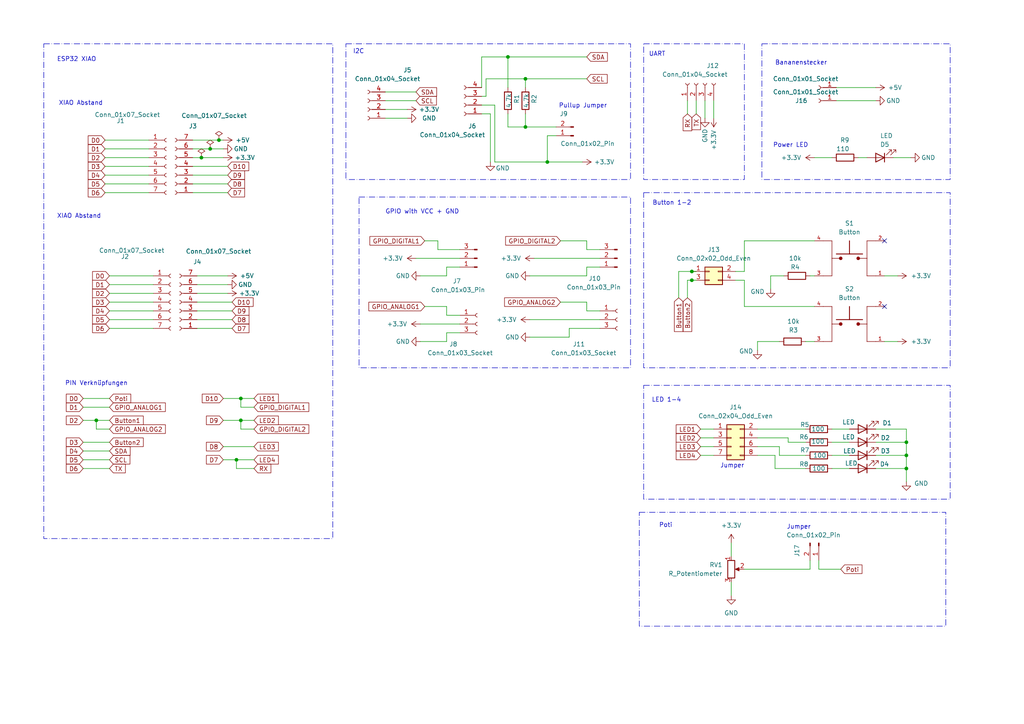
<source format=kicad_sch>
(kicad_sch (version 20231120) (generator "eeschema") (generator_version "8.0")
  (paper "A4")
  (title_block (title "pixelDEVBOARD für ESP32 XIAO") (date "2024-07-17") (rev "1.0") (company "pixelEDI"))
  (lib_symbols
    (symbol "Connector:Conn_01x01_Socket" (pin_names (offset 1.016) hide)
      (property "Reference" "J" (at 0 2.54 0))
      (property "Value" "Conn_01x01_Socket" (at 0 -2.54 0))
      (symbol "Conn_01x01_Socket_1_1"
        (polyline (pts (xy -1.27 0) (xy -0.508 0)) (stroke (width 0.1524)))
        (arc (start 0 0.508) (mid -0.5058 0) (end 0 -0.508) (stroke (width 0.1524)))
        (pin passive line (at -5.08 0 0) (length 3.81) (name "Pin_1") (number "1"))
      )
    )
    (symbol "Connector:Conn_01x02_Pin" (pin_names (offset 1.016) hide)
      (property "Reference" "J" (at 0 2.54 0))
      (property "Value" "Conn_01x02_Pin" (at 0 -5.08 0))
      (symbol "Conn_01x02_Pin_1_1"
        (polyline (pts (xy 1.27 -2.54) (xy 0.8636 -2.54)) (stroke (width 0.1524)))
        (polyline (pts (xy 1.27 0) (xy 0.8636 0)) (stroke (width 0.1524)))
        (rectangle (start 0.8636 -2.413) (end 0 -2.667) (stroke (width 0.1524)) (fill (type outline)))
        (rectangle (start 0.8636 0.127) (end 0 -0.127) (stroke (width 0.1524)) (fill (type outline)))
        (pin passive line (at 5.08 0 180) (length 3.81) (name "Pin_1") (number "1"))
        (pin passive line (at 5.08 -2.54 180) (length 3.81) (name "Pin_2") (number "2"))
      )
    )
    (symbol "Connector:Conn_01x03_Pin" (pin_names (offset 1.016) hide)
      (property "Reference" "J" (at 0 5.08 0))
      (property "Value" "Conn_01x03_Pin" (at 0 -5.08 0))
      (symbol "Conn_01x03_Pin_1_1"
        (polyline (pts (xy 1.27 -2.54) (xy 0.8636 -2.54)) (stroke (width 0.1524)))
        (polyline (pts (xy 1.27 0) (xy 0.8636 0)) (stroke (width 0.1524)))
        (polyline (pts (xy 1.27 2.54) (xy 0.8636 2.54)) (stroke (width 0.1524)))
        (rectangle (start 0.8636 -2.413) (end 0 -2.667) (stroke (width 0.1524)) (fill (type outline)))
        (rectangle (start 0.8636 0.127) (end 0 -0.127) (stroke (width 0.1524)) (fill (type outline)))
        (rectangle (start 0.8636 2.667) (end 0 2.413) (stroke (width 0.1524)) (fill (type outline)))
        (pin passive line (at 5.08 2.54 180) (length 3.81) (name "Pin_1") (number "1"))
        (pin passive line (at 5.08 0 180) (length 3.81) (name "Pin_2") (number "2"))
        (pin passive line (at 5.08 -2.54 180) (length 3.81) (name "Pin_3") (number "3"))
      )
    )
    (symbol "Connector:Conn_01x03_Socket" (pin_names (offset 1.016) hide)
      (property "Reference" "J" (at 0 5.08 0))
      (property "Value" "Conn_01x03_Socket" (at 0 -5.08 0))
      (symbol "Conn_01x03_Socket_1_1"
        (arc (start 0 -2.032) (mid -0.5058 -2.54) (end 0 -3.048) (stroke (width 0.1524)))
        (polyline (pts (xy -1.27 -2.54) (xy -0.508 -2.54)) (stroke (width 0.1524)))
        (polyline (pts (xy -1.27 0) (xy -0.508 0)) (stroke (width 0.1524)))
        (polyline (pts (xy -1.27 2.54) (xy -0.508 2.54)) (stroke (width 0.1524)))
        (arc (start 0 0.508) (mid -0.5058 0) (end 0 -0.508) (stroke (width 0.1524)))
        (arc (start 0 3.048) (mid -0.5058 2.54) (end 0 2.032) (stroke (width 0.1524)))
        (pin passive line (at -5.08 2.54 0) (length 3.81) (name "Pin_1") (number "1"))
        (pin passive line (at -5.08 0 0) (length 3.81) (name "Pin_2") (number "2"))
        (pin passive line (at -5.08 -2.54 0) (length 3.81) (name "Pin_3") (number "3"))
      )
    )
    (symbol "Connector:Conn_01x04_Socket" (pin_names (offset 1.016) hide)
      (property "Reference" "J" (at 0 5.08 0))
      (property "Value" "Conn_01x04_Socket" (at 0 -7.62 0))
      (symbol "Conn_01x04_Socket_1_1"
        (arc (start 0 -4.572) (mid -0.5058 -5.08) (end 0 -5.588) (stroke (width 0.1524)))
        (arc (start 0 -2.032) (mid -0.5058 -2.54) (end 0 -3.048) (stroke (width 0.1524)))
        (polyline (pts (xy -1.27 -5.08) (xy -0.508 -5.08)) (stroke (width 0.1524)))
        (polyline (pts (xy -1.27 -2.54) (xy -0.508 -2.54)) (stroke (width 0.1524)))
        (polyline (pts (xy -1.27 0) (xy -0.508 0)) (stroke (width 0.1524)))
        (polyline (pts (xy -1.27 2.54) (xy -0.508 2.54)) (stroke (width 0.1524)))
        (arc (start 0 0.508) (mid -0.5058 0) (end 0 -0.508) (stroke (width 0.1524)))
        (arc (start 0 3.048) (mid -0.5058 2.54) (end 0 2.032) (stroke (width 0.1524)))
        (pin passive line (at -5.08 2.54 0) (length 3.81) (name "Pin_1") (number "1"))
        (pin passive line (at -5.08 0 0) (length 3.81) (name "Pin_2") (number "2"))
        (pin passive line (at -5.08 -2.54 0) (length 3.81) (name "Pin_3") (number "3"))
        (pin passive line (at -5.08 -5.08 0) (length 3.81) (name "Pin_4") (number "4"))
      )
    )
    (symbol "Connector:Conn_01x07_Socket" (pin_names (offset 1.016) hide)
      (property "Reference" "J" (at 0 10.16 0))
      (property "Value" "Conn_01x07_Socket" (at 0 -10.16 0))
      (symbol "Conn_01x07_Socket_1_1"
        (arc (start 0 -7.112) (mid -0.5058 -7.62) (end 0 -8.128) (stroke (width 0.1524)))
        (arc (start 0 -4.572) (mid -0.5058 -5.08) (end 0 -5.588) (stroke (width 0.1524)))
        (arc (start 0 -2.032) (mid -0.5058 -2.54) (end 0 -3.048) (stroke (width 0.1524)))
        (polyline (pts (xy -1.27 -7.62) (xy -0.508 -7.62)) (stroke (width 0.1524)))
        (polyline (pts (xy -1.27 -5.08) (xy -0.508 -5.08)) (stroke (width 0.1524)))
        (polyline (pts (xy -1.27 -2.54) (xy -0.508 -2.54)) (stroke (width 0.1524)))
        (polyline (pts (xy -1.27 0) (xy -0.508 0)) (stroke (width 0.1524)))
        (polyline (pts (xy -1.27 2.54) (xy -0.508 2.54)) (stroke (width 0.1524)))
        (polyline (pts (xy -1.27 5.08) (xy -0.508 5.08)) (stroke (width 0.1524)))
        (polyline (pts (xy -1.27 7.62) (xy -0.508 7.62)) (stroke (width 0.1524)))
        (arc (start 0 0.508) (mid -0.5058 0) (end 0 -0.508) (stroke (width 0.1524)))
        (arc (start 0 3.048) (mid -0.5058 2.54) (end 0 2.032) (stroke (width 0.1524)))
        (arc (start 0 5.588) (mid -0.5058 5.08) (end 0 4.572) (stroke (width 0.1524)))
        (arc (start 0 8.128) (mid -0.5058 7.62) (end 0 7.112) (stroke (width 0.1524)))
        (pin passive line (at -5.08 7.62 0) (length 3.81) (name "Pin_1") (number "1"))
        (pin passive line (at -5.08 5.08 0) (length 3.81) (name "Pin_2") (number "2"))
        (pin passive line (at -5.08 2.54 0) (length 3.81) (name "Pin_3") (number "3"))
        (pin passive line (at -5.08 0 0) (length 3.81) (name "Pin_4") (number "4"))
        (pin passive line (at -5.08 -2.54 0) (length 3.81) (name "Pin_5") (number "5"))
        (pin passive line (at -5.08 -5.08 0) (length 3.81) (name "Pin_6") (number "6"))
        (pin passive line (at -5.08 -7.62 0) (length 3.81) (name "Pin_7") (number "7"))
      )
    )
    (symbol "Connector_Generic:Conn_02x02_Odd_Even" (pin_names (offset 1.016) hide)
      (property "Reference" "J" (at 1.27 2.54 0))
      (property "Value" "Conn_02x02_Odd_Even" (at 1.27 -5.08 0))
      (symbol "Conn_02x02_Odd_Even_1_1"
        (rectangle (start -1.27 -2.413) (end 0 -2.667) (stroke (width 0.1524)))
        (rectangle (start -1.27 0.127) (end 0 -0.127) (stroke (width 0.1524)))
        (rectangle (start -1.27 1.27) (end 3.81 -3.81) (stroke (width 0.254)) (fill (type background)))
        (rectangle (start 3.81 -2.413) (end 2.54 -2.667) (stroke (width 0.1524)))
        (rectangle (start 3.81 0.127) (end 2.54 -0.127) (stroke (width 0.1524)))
        (pin passive line (at -5.08 0 0) (length 3.81) (name "Pin_1") (number "1"))
        (pin passive line (at 7.62 0 180) (length 3.81) (name "Pin_2") (number "2"))
        (pin passive line (at -5.08 -2.54 0) (length 3.81) (name "Pin_3") (number "3"))
        (pin passive line (at 7.62 -2.54 180) (length 3.81) (name "Pin_4") (number "4"))
      )
    )
    (symbol "Connector_Generic:Conn_02x04_Odd_Even" (pin_names (offset 1.016) hide)
      (property "Reference" "J" (at 1.27 5.08 0))
      (property "Value" "Conn_02x04_Odd_Even" (at 1.27 -7.62 0))
      (symbol "Conn_02x04_Odd_Even_1_1"
        (rectangle (start -1.27 -4.953) (end 0 -5.207) (stroke (width 0.1524)))
        (rectangle (start -1.27 -2.413) (end 0 -2.667) (stroke (width 0.1524)))
        (rectangle (start -1.27 0.127) (end 0 -0.127) (stroke (width 0.1524)))
        (rectangle (start -1.27 2.667) (end 0 2.413) (stroke (width 0.1524)))
        (rectangle (start -1.27 3.81) (end 3.81 -6.35) (stroke (width 0.254)) (fill (type background)))
        (rectangle (start 3.81 -4.953) (end 2.54 -5.207) (stroke (width 0.1524)))
        (rectangle (start 3.81 -2.413) (end 2.54 -2.667) (stroke (width 0.1524)))
        (rectangle (start 3.81 0.127) (end 2.54 -0.127) (stroke (width 0.1524)))
        (rectangle (start 3.81 2.667) (end 2.54 2.413) (stroke (width 0.1524)))
        (pin passive line (at -5.08 2.54 0) (length 3.81) (name "Pin_1") (number "1"))
        (pin passive line (at 7.62 2.54 180) (length 3.81) (name "Pin_2") (number "2"))
        (pin passive line (at -5.08 0 0) (length 3.81) (name "Pin_3") (number "3"))
        (pin passive line (at 7.62 0 180) (length 3.81) (name "Pin_4") (number "4"))
        (pin passive line (at -5.08 -2.54 0) (length 3.81) (name "Pin_5") (number "5"))
        (pin passive line (at 7.62 -2.54 180) (length 3.81) (name "Pin_6") (number "6"))
        (pin passive line (at -5.08 -5.08 0) (length 3.81) (name "Pin_7") (number "7"))
        (pin passive line (at 7.62 -5.08 180) (length 3.81) (name "Pin_8") (number "8"))
      )
    )
    (symbol "Device:LED" (pin_numbers hide) (pin_names (offset 1.016) hide)
      (property "Reference" "D" (at 0 2.54 0))
      (property "Value" "LED" (at 0 -2.54 0))
      (symbol "LED_0_1"
        (polyline (pts (xy -1.27 -1.27) (xy -1.27 1.27)) (stroke (width 0.254)))
        (polyline (pts (xy -1.27 0) (xy 1.27 0)))
        (polyline (pts (xy 1.27 -1.27) (xy 1.27 1.27) (xy -1.27 0) (xy 1.27 -1.27)) (stroke (width 0.254)))
        (polyline (pts (xy -3.048 -0.762) (xy -4.572 -2.286) (xy -3.81 -2.286) (xy -4.572 -2.286) (xy -4.572 -1.524)))
        (polyline (pts (xy -1.778 -0.762) (xy -3.302 -2.286) (xy -2.54 -2.286) (xy -3.302 -2.286) (xy -3.302 -1.524)))
      )
      (symbol "LED_1_1"
        (pin passive line (at -3.81 0 0) (length 2.54) (name "K") (number "1"))
        (pin passive line (at 3.81 0 180) (length 2.54) (name "A") (number "2"))
      )
    )
    (symbol "Device:R" (pin_numbers hide) (pin_names (offset 0))
      (property "Reference" "R" (at 2.032 0 90))
      (property "Value" "R" (at 0 0 90))
      (symbol "R_0_1"
        (rectangle (start -1.016 -2.54) (end 1.016 2.54) (stroke (width 0.254)))
      )
      (symbol "R_1_1"
        (pin passive line (at 0 3.81 270) (length 1.27) (name "~") (number "1"))
        (pin passive line (at 0 -3.81 90) (length 1.27) (name "~") (number "2"))
      )
    )
    (symbol "Device:R_Potentiometer" (pin_names (offset 1.016) hide)
      (property "Reference" "RV" (at -4.445 0 90))
      (property "Value" "R_Potentiometer" (at -2.54 0 90))
      (symbol "R_Potentiometer_0_1"
        (polyline (pts (xy 2.54 0) (xy 1.524 0)))
        (polyline (pts (xy 1.143 0) (xy 2.286 0.508) (xy 2.286 -0.508) (xy 1.143 0)) (fill (type outline)))
        (rectangle (start 1.016 2.54) (end -1.016 -2.54) (stroke (width 0.254)))
      )
      (symbol "R_Potentiometer_1_1"
        (pin passive line (at 0 3.81 270) (length 1.27) (name "1") (number "1"))
        (pin passive line (at 3.81 0 180) (length 1.27) (name "2") (number "2"))
        (pin passive line (at 0 -3.81 90) (length 1.27) (name "3") (number "3"))
      )
    )
    (symbol "TL3305AF160QG:TL3305AF160QG" (pin_names (offset 1.016))
      (property "Reference" "S" (at -5.08 8.89 0))
      (property "Value" "TL3305AF160QG" (at -5.08 -7.62 0))
      (symbol "TL3305AF160QG_0_0"
        (circle (center -2.54 0) (radius 0.254) (stroke (width 0.508)))
        (polyline (pts (xy -7.62 -5.08) (xy -5.08 -5.08)) (stroke (width 0.1524)))
        (polyline (pts (xy -7.62 5.08) (xy -5.08 5.08)) (stroke (width 0.1524)))
        (polyline (pts (xy -5.08 -5.08) (xy -5.08 0)) (stroke (width 0.1524)))
        (polyline (pts (xy -5.08 0) (xy -2.54 0)) (stroke (width 0.1524)))
        (polyline (pts (xy -5.08 5.08) (xy -5.08 0)) (stroke (width 0.1524)))
        (polyline (pts (xy -3.81 1.27) (xy 0 1.27)) (stroke (width 0.254)))
        (polyline (pts (xy 0 1.27) (xy 0 5.08)) (stroke (width 0.254)))
        (polyline (pts (xy 0 1.27) (xy 3.81 1.27)) (stroke (width 0.254)))
        (polyline (pts (xy 5.08 -5.08) (xy 5.08 0)) (stroke (width 0.1524)))
        (polyline (pts (xy 5.08 0) (xy 2.54 0)) (stroke (width 0.1524)))
        (polyline (pts (xy 5.08 0) (xy 5.08 5.08)) (stroke (width 0.1524)))
        (polyline (pts (xy 5.08 5.08) (xy 7.62 5.08)) (stroke (width 0.1524)))
        (polyline (pts (xy 7.62 -5.08) (xy 5.08 -5.08)) (stroke (width 0.1524)))
        (circle (center 2.54 0) (radius 0.254) (stroke (width 0.508)))
        (pin passive line (at 10.16 -5.08 180) (length 2.54) (name "~") (number "1"))
        (pin passive line (at 10.16 5.08 180) (length 2.54) (name "~") (number "2"))
        (pin passive line (at -10.16 -5.08 0) (length 2.54) (name "~") (number "3"))
        (pin passive line (at -10.16 5.08 0) (length 2.54) (name "~") (number "4"))
      )
    )
    (symbol "power:+3.3V" (power) (pin_names (offset 0))
      (property "Value" "+3.3V" (at 0 3.556 0))
      (symbol "+3.3V_0_1"
        (polyline (pts (xy -0.762 1.27) (xy 0 2.54)))
        (polyline (pts (xy 0 0) (xy 0 2.54)))
        (polyline (pts (xy 0 2.54) (xy 0.762 1.27)))
      )
      (symbol "+3.3V_1_1"
        (pin power_in line (at 0 0 90) (length 0) hide (name "+3.3V") (number "1"))
      )
    )
    (symbol "power:GND" (power) (pin_names (offset 0))
      (property "Value" "GND" (at 0 -3.81 0))
      (symbol "GND_0_1"
        (polyline (pts (xy 0 0) (xy 0 -1.27) (xy 1.27 -1.27) (xy 0 -2.54) (xy -1.27 -1.27) (xy 0 -1.27)))
      )
      (symbol "GND_1_1"
        (pin power_in line (at 0 0 270) (length 0) hide (name "GND") (number "1"))
      )
    )
    (symbol "power:PWR_FLAG" (power) (pin_numbers hide) (pin_names (offset 0) hide)
      (property "Value" "PWR_FLAG" (at 0 3.81 0))
      (symbol "PWR_FLAG_0_0"
        (pin power_out line (at 0 0 90) (length 0) (name "~") (number "1"))
      )
      (symbol "PWR_FLAG_0_1"
        (polyline (pts (xy 0 0) (xy 0 1.27) (xy -1.016 1.905) (xy 0 2.54) (xy 1.016 1.905) (xy 0 1.27)))
      )
    )
  )
  (junction (at 69.85 115.57))
  (junction (at 58.42 45.72))
  (junction (at 200.66 78.74))
  (junction (at 262.89 128.27))
  (junction (at 200.66 81.28))
  (junction (at 69.85 121.92))
  (junction (at 262.89 132.08))
  (junction (at 27.94 121.92))
  (junction (at 68.58 133.35))
  (junction (at 60.96 43.18))
  (junction (at 147.32 16.51))
  (junction (at 262.89 135.89))
  (junction (at 158.75 46.99))
  (junction (at 152.4 22.86))
  (junction (at 152.4 36.83))
  (junction (at 63.5 40.64))
  (no_connect (at 256.54 69.85))
  (no_connect (at 256.54 88.9))
  (wire (pts (xy 153.67 97.79) (xy 165.1 97.79)))
  (wire (pts (xy 68.58 135.89) (xy 68.58 133.35)))
  (wire (pts (xy 170.18 90.17) (xy 173.99 90.17)))
  (wire (pts (xy 139.7 25.4) (xy 139.7 16.51)))
  (wire (pts (xy 201.93 29.21) (xy 201.93 33.02)))
  (wire (pts (xy 219.71 129.54) (xy 226.06 129.54)))
  (wire (pts (xy 118.11 34.29) (xy 111.76 34.29)))
  (wire (pts (xy 228.6 128.27) (xy 233.68 128.27)))
  (wire (pts (xy 58.42 45.72) (xy 64.77 45.72)))
  (wire (pts (xy 55.88 50.8) (xy 66.04 50.8)))
  (wire (pts (xy 139.7 33.02) (xy 142.24 33.02)))
  (wire (pts (xy 57.15 87.63) (xy 67.31 87.63)))
  (wire (pts (xy 212.09 157.48) (xy 212.09 161.29)))
  (wire (pts (xy 111.76 26.67) (xy 120.65 26.67)))
  (wire (pts (xy 256.54 99.06) (xy 260.35 99.06)))
  (wire (pts (xy 57.15 80.01) (xy 66.04 80.01)))
  (wire (pts (xy 24.13 128.27) (xy 31.75 128.27)))
  (wire (pts (xy 152.4 22.86) (xy 170.18 22.86)))
  (wire (pts (xy 237.49 165.1) (xy 243.84 165.1)))
  (wire (pts (xy 158.75 39.37) (xy 158.75 46.99)))
  (wire (pts (xy 55.88 43.18) (xy 60.96 43.18)))
  (wire (pts (xy 241.3 135.89) (xy 246.38 135.89)))
  (wire (pts (xy 152.4 22.86) (xy 152.4 25.4)))
  (wire (pts (xy 55.88 45.72) (xy 58.42 45.72)))
  (wire (pts (xy 226.06 132.08) (xy 233.68 132.08)))
  (wire (pts (xy 57.15 95.25) (xy 67.31 95.25)))
  (wire (pts (xy 64.77 115.57) (xy 69.85 115.57)))
  (wire (pts (xy 127 69.85) (xy 127 72.39)))
  (wire (pts (xy 262.89 135.89) (xy 262.89 139.7)))
  (wire (pts (xy 31.75 115.57) (xy 24.13 115.57)))
  (wire (pts (xy 165.1 95.25) (xy 173.99 95.25)))
  (wire (pts (xy 27.94 121.92) (xy 31.75 121.92)))
  (wire (pts (xy 254 135.89) (xy 262.89 135.89)))
  (wire (pts (xy 196.85 78.74) (xy 200.66 78.74)))
  (wire (pts (xy 223.52 80.01) (xy 223.52 83.82)))
  (wire (pts (xy 254 128.27) (xy 262.89 128.27)))
  (wire (pts (xy 242.57 29.21) (xy 254 29.21)))
  (wire (pts (xy 140.97 22.86) (xy 152.4 22.86)))
  (wire (pts (xy 57.15 92.71) (xy 67.31 92.71)))
  (wire (pts (xy 241.3 132.08) (xy 246.38 132.08)))
  (wire (pts (xy 200.66 81.28) (xy 201.93 81.28)))
  (wire (pts (xy 55.88 48.26) (xy 66.04 48.26)))
  (wire (pts (xy 215.9 88.9) (xy 236.22 88.9)))
  (wire (pts (xy 264.16 45.72) (xy 259.08 45.72)))
  (wire (pts (xy 234.95 165.1) (xy 234.95 162.56)))
  (wire (pts (xy 215.9 81.28) (xy 213.36 81.28)))
  (wire (pts (xy 31.75 87.63) (xy 44.45 87.63)))
  (wire (pts (xy 215.9 88.9) (xy 215.9 81.28)))
  (wire (pts (xy 31.75 92.71) (xy 44.45 92.71)))
  (wire (pts (xy 57.15 85.09) (xy 66.04 85.09)))
  (wire (pts (xy 111.76 31.75) (xy 118.11 31.75)))
  (wire (pts (xy 69.85 115.57) (xy 73.66 115.57)))
  (wire (pts (xy 30.48 40.64) (xy 43.18 40.64)))
  (wire (pts (xy 64.77 129.54) (xy 73.66 129.54)))
  (wire (pts (xy 55.88 40.64) (xy 63.5 40.64)))
  (wire (pts (xy 254 132.08) (xy 262.89 132.08)))
  (wire (pts (xy 129.54 96.52) (xy 133.35 96.52)))
  (wire (pts (xy 170.18 87.63) (xy 170.18 90.17)))
  (wire (pts (xy 199.39 86.36) (xy 199.39 81.28)))
  (wire (pts (xy 73.66 135.89) (xy 68.58 135.89)))
  (wire (pts (xy 30.48 48.26) (xy 43.18 48.26)))
  (wire (pts (xy 30.48 45.72) (xy 43.18 45.72)))
  (wire (pts (xy 60.96 43.18) (xy 64.77 43.18)))
  (wire (pts (xy 69.85 124.46) (xy 69.85 121.92)))
  (wire (pts (xy 140.97 27.94) (xy 140.97 22.86)))
  (wire (pts (xy 227.33 80.01) (xy 223.52 80.01)))
  (wire (pts (xy 30.48 53.34) (xy 43.18 53.34)))
  (wire (pts (xy 24.13 121.92) (xy 27.94 121.92)))
  (wire (pts (xy 241.3 45.72) (xy 236.22 45.72)))
  (wire (pts (xy 207.01 29.21) (xy 207.01 34.29)))
  (wire (pts (xy 31.75 82.55) (xy 44.45 82.55)))
  (wire (pts (xy 57.15 90.17) (xy 67.31 90.17)))
  (wire (pts (xy 121.92 80.01) (xy 129.54 80.01)))
  (wire (pts (xy 24.13 135.89) (xy 31.75 135.89)))
  (wire (pts (xy 196.85 86.36) (xy 196.85 78.74)))
  (wire (pts (xy 27.94 124.46) (xy 27.94 121.92)))
  (wire (pts (xy 170.18 69.85) (xy 170.18 72.39)))
  (wire (pts (xy 165.1 97.79) (xy 165.1 95.25)))
  (wire (pts (xy 73.66 118.11) (xy 69.85 118.11)))
  (wire (pts (xy 228.6 127) (xy 228.6 128.27)))
  (wire (pts (xy 57.15 82.55) (xy 66.04 82.55)))
  (wire (pts (xy 142.24 33.02) (xy 142.24 46.99)))
  (wire (pts (xy 203.2 129.54) (xy 207.01 129.54)))
  (wire (pts (xy 147.32 36.83) (xy 152.4 36.83)))
  (wire (pts (xy 152.4 33.02) (xy 152.4 36.83)))
  (wire (pts (xy 55.88 55.88) (xy 66.04 55.88)))
  (wire (pts (xy 139.7 16.51) (xy 147.32 16.51)))
  (wire (pts (xy 30.48 50.8) (xy 43.18 50.8)))
  (wire (pts (xy 147.32 16.51) (xy 147.32 25.4)))
  (wire (pts (xy 31.75 80.01) (xy 44.45 80.01)))
  (wire (pts (xy 170.18 77.47) (xy 173.99 77.47)))
  (wire (pts (xy 64.77 121.92) (xy 69.85 121.92)))
  (wire (pts (xy 153.67 92.71) (xy 173.99 92.71)))
  (wire (pts (xy 139.7 27.94) (xy 140.97 27.94)))
  (wire (pts (xy 129.54 80.01) (xy 129.54 77.47)))
  (wire (pts (xy 241.3 124.46) (xy 246.38 124.46)))
  (wire (pts (xy 31.75 130.81) (xy 24.13 130.81)))
  (wire (pts (xy 139.7 30.48) (xy 143.51 30.48)))
  (wire (pts (xy 123.19 88.9) (xy 129.54 88.9)))
  (wire (pts (xy 69.85 121.92) (xy 73.66 121.92)))
  (wire (pts (xy 215.9 78.74) (xy 213.36 78.74)))
  (wire (pts (xy 224.79 132.08) (xy 224.79 135.89)))
  (wire (pts (xy 219.71 127) (xy 228.6 127)))
  (wire (pts (xy 241.3 128.27) (xy 246.38 128.27)))
  (wire (pts (xy 262.89 132.08) (xy 262.89 135.89)))
  (wire (pts (xy 69.85 118.11) (xy 69.85 115.57)))
  (wire (pts (xy 219.71 132.08) (xy 224.79 132.08)))
  (wire (pts (xy 129.54 88.9) (xy 129.54 91.44)))
  (wire (pts (xy 203.2 124.46) (xy 207.01 124.46)))
  (wire (pts (xy 233.68 99.06) (xy 236.22 99.06)))
  (wire (pts (xy 242.57 25.4) (xy 254 25.4)))
  (wire (pts (xy 129.54 77.47) (xy 133.35 77.47)))
  (wire (pts (xy 73.66 124.46) (xy 69.85 124.46)))
  (wire (pts (xy 212.09 168.91) (xy 212.09 172.72)))
  (wire (pts (xy 254 124.46) (xy 262.89 124.46)))
  (wire (pts (xy 31.75 85.09) (xy 44.45 85.09)))
  (wire (pts (xy 234.95 80.01) (xy 236.22 80.01)))
  (wire (pts (xy 199.39 29.21) (xy 199.39 33.02)))
  (wire (pts (xy 200.66 78.74) (xy 201.93 78.74)))
  (wire (pts (xy 170.18 80.01) (xy 170.18 77.47)))
  (wire (pts (xy 162.56 69.85) (xy 170.18 69.85)))
  (wire (pts (xy 31.75 133.35) (xy 24.13 133.35)))
  (wire (pts (xy 121.92 99.06) (xy 129.54 99.06)))
  (wire (pts (xy 68.58 133.35) (xy 73.66 133.35)))
  (wire (pts (xy 143.51 30.48) (xy 143.51 46.99)))
  (wire (pts (xy 121.92 93.98) (xy 133.35 93.98)))
  (wire (pts (xy 30.48 55.88) (xy 43.18 55.88)))
  (wire (pts (xy 129.54 91.44) (xy 133.35 91.44)))
  (wire (pts (xy 129.54 99.06) (xy 129.54 96.52)))
  (wire (pts (xy 215.9 69.85) (xy 236.22 69.85)))
  (wire (pts (xy 55.88 53.34) (xy 66.04 53.34)))
  (wire (pts (xy 248.92 45.72) (xy 251.46 45.72)))
  (wire (pts (xy 154.94 74.93) (xy 173.99 74.93)))
  (wire (pts (xy 219.71 99.06) (xy 219.71 101.6)))
  (wire (pts (xy 162.56 87.63) (xy 170.18 87.63)))
  (wire (pts (xy 120.65 74.93) (xy 133.35 74.93)))
  (wire (pts (xy 199.39 81.28) (xy 200.66 81.28)))
  (wire (pts (xy 147.32 16.51) (xy 170.18 16.51)))
  (wire (pts (xy 31.75 95.25) (xy 44.45 95.25)))
  (wire (pts (xy 153.67 80.01) (xy 170.18 80.01)))
  (wire (pts (xy 30.48 43.18) (xy 43.18 43.18)))
  (wire (pts (xy 158.75 46.99) (xy 168.91 46.99)))
  (wire (pts (xy 64.77 133.35) (xy 68.58 133.35)))
  (wire (pts (xy 127 72.39) (xy 133.35 72.39)))
  (wire (pts (xy 123.19 69.85) (xy 127 69.85)))
  (wire (pts (xy 63.5 40.64) (xy 64.77 40.64)))
  (wire (pts (xy 215.9 69.85) (xy 215.9 78.74)))
  (wire (pts (xy 219.71 124.46) (xy 233.68 124.46)))
  (wire (pts (xy 143.51 46.99) (xy 158.75 46.99)))
  (wire (pts (xy 31.75 90.17) (xy 44.45 90.17)))
  (wire (pts (xy 215.9 165.1) (xy 234.95 165.1)))
  (wire (pts (xy 226.06 129.54) (xy 226.06 132.08)))
  (wire (pts (xy 204.47 29.21) (xy 204.47 34.29)))
  (wire (pts (xy 170.18 72.39) (xy 173.99 72.39)))
  (wire (pts (xy 224.79 135.89) (xy 233.68 135.89)))
  (wire (pts (xy 31.75 124.46) (xy 27.94 124.46)))
  (wire (pts (xy 256.54 80.01) (xy 260.35 80.01)))
  (wire (pts (xy 147.32 33.02) (xy 147.32 36.83)))
  (wire (pts (xy 237.49 162.56) (xy 237.49 165.1)))
  (wire (pts (xy 152.4 36.83) (xy 161.29 36.83)))
  (wire (pts (xy 262.89 128.27) (xy 262.89 132.08)))
  (wire (pts (xy 161.29 39.37) (xy 158.75 39.37)))
  (wire (pts (xy 24.13 118.11) (xy 31.75 118.11)))
  (wire (pts (xy 226.06 99.06) (xy 219.71 99.06)))
  (wire (pts (xy 203.2 127) (xy 207.01 127)))
  (wire (pts (xy 262.89 124.46) (xy 262.89 128.27)))
  (wire (pts (xy 203.2 132.08) (xy 207.01 132.08)))
  (wire (pts (xy 111.76 29.21) (xy 120.65 29.21)))
  (rectangle (start 185.42 148.59) (end 274.32 181.61) (stroke (width 0) (type dash_dot)))
  (rectangle (start 100.33 12.7) (end 182.88 52.07) (stroke (width 0) (type dash_dot)))
  (rectangle (start 186.69 111.76) (end 275.59 144.78) (stroke (width 0) (type dash_dot)))
  (rectangle (start 186.69 55.88) (end 275.59 106.68) (stroke (width 0) (type dash_dot)))
  (rectangle (start 220.98 12.7) (end 275.59 52.07) (stroke (width 0) (type dash_dot)))
  (rectangle (start 12.7 12.7) (end 96.52 156.21) (stroke (width 0) (type dash_dot)))
  (rectangle (start 186.69 12.7) (end 215.9 52.07) (stroke (width 0) (type dash_dot)))
  (rectangle (start 104.14 57.15) (end 182.88 106.68) (stroke (width 0) (type dash_dot)))
  (text "PIN Verknüpfungen\n" (at 37.084 112.014 0) (effects (font (size 1.27 1.27)) (justify right bottom)))
  (text "Poti\n" (at 195.072 153.162 0) (effects (font (size 1.27 1.27)) (justify right bottom)))
  (text "LED 1-4\n\n" (at 197.612 118.872 0) (effects (font (size 1.27 1.27)) (justify right bottom)))
  (text "ESP32 XIAO" (at 27.94 18.034 0) (effects (font (size 1.27 1.27)) (justify right bottom)))
  (text "UART\n" (at 193.04 16.51 0) (effects (font (size 1.27 1.27)) (justify right bottom)))
  (text "Pullup Jumper\n" (at 162.052 31.496 0) (effects (font (size 1.27 1.27)) (justify left bottom)))
  (text "I2C\n" (at 102.362 15.748 0) (effects (font (size 1.27 1.27)) (justify left bottom)))
  (text "XIAO Abstand" (at 16.51 63.5 0) (effects (font (size 1.27 1.27)) (justify left bottom)))
  (text "Bananenstecker\n" (at 224.79 19.05 0) (effects (font (size 1.27 1.27)) (justify left bottom)))
  (text "GPIO with VCC + GND" (at 111.76 62.23 0) (effects (font (size 1.27 1.27)) (justify left bottom)))
  (text "Jumper\n" (at 235.204 153.67 0) (effects (font (size 1.27 1.27)) (justify right bottom)))
  (text "Power LED\n" (at 234.442 42.926 0) (effects (font (size 1.27 1.27)) (justify right bottom)))
  (text "Jumper\n" (at 215.9 135.89 0) (effects (font (size 1.27 1.27)) (justify right bottom)))
  (text "Button 1-2" (at 189.23 59.69 0) (effects (font (size 1.27 1.27)) (justify left bottom)))
  (text "XIAO Abstand" (at 17.018 30.734 0) (effects (font (size 1.27 1.27)) (justify left bottom)))
  (global_label "RX" (shape input) (at 73.66 135.89 0) (property "Intersheetrefs" "${INTERSHEET_REFS}" (effects (hide yes))))
  (global_label "SCL" (shape input) (at 170.18 22.86 0) (property "Intersheetrefs" "${INTERSHEET_REFS}" (effects (hide yes))))
  (global_label "D5" (shape input) (at 24.13 133.35 180) (property "Intersheetrefs" "${INTERSHEET_REFS}" (effects (hide yes))))
  (global_label "D10" (shape input) (at 64.77 115.57 180) (property "Intersheetrefs" "${INTERSHEET_REFS}" (effects (hide yes))))
  (global_label "D4" (shape input) (at 24.13 130.81 180) (property "Intersheetrefs" "${INTERSHEET_REFS}" (effects (hide yes))))
  (global_label "D6" (shape input) (at 31.75 95.25 180) (property "Intersheetrefs" "${INTERSHEET_REFS}" (effects (hide yes))))
  (global_label "D3" (shape input) (at 30.48 48.26 180) (property "Intersheetrefs" "${INTERSHEET_REFS}" (effects (hide yes))))
  (global_label "D6" (shape input) (at 30.48 55.88 180) (property "Intersheetrefs" "${INTERSHEET_REFS}" (effects (hide yes))))
  (global_label "D8" (shape input) (at 64.77 129.54 180) (property "Intersheetrefs" "${INTERSHEET_REFS}" (effects (hide yes))))
  (global_label "GPIO_ANALOG2" (shape input) (at 31.75 124.46 0) (property "Intersheetrefs" "${INTERSHEET_REFS}" (effects (hide yes))))
  (global_label "D1" (shape input) (at 31.75 82.55 180) (property "Intersheetrefs" "${INTERSHEET_REFS}" (effects (hide yes))))
  (global_label "LED1" (shape input) (at 203.2 124.46 180) (property "Intersheetrefs" "${INTERSHEET_REFS}" (effects (hide yes))))
  (global_label "GPIO_DIGITAL1" (shape input) (at 123.19 69.85 180) (property "Intersheetrefs" "${INTERSHEET_REFS}" (effects (hide yes))))
  (global_label "LED4" (shape input) (at 73.66 133.35 0) (property "Intersheetrefs" "${INTERSHEET_REFS}" (effects (hide yes))))
  (global_label "TX" (shape input) (at 31.75 135.89 0) (property "Intersheetrefs" "${INTERSHEET_REFS}" (effects (hide yes))))
  (global_label "D8" (shape input) (at 67.31 92.71 0) (property "Intersheetrefs" "${INTERSHEET_REFS}" (effects (hide yes))))
  (global_label "D4" (shape input) (at 30.48 50.8 180) (property "Intersheetrefs" "${INTERSHEET_REFS}" (effects (hide yes))))
  (global_label "D9" (shape input) (at 66.04 50.8 0) (property "Intersheetrefs" "${INTERSHEET_REFS}" (effects (hide yes))))
  (global_label "GPIO_ANALOG1" (shape input) (at 123.19 88.9 180) (property "Intersheetrefs" "${INTERSHEET_REFS}" (effects (hide yes))))
  (global_label "D1" (shape input) (at 24.13 118.11 180) (property "Intersheetrefs" "${INTERSHEET_REFS}" (effects (hide yes))))
  (global_label "D3" (shape input) (at 24.13 128.27 180) (property "Intersheetrefs" "${INTERSHEET_REFS}" (effects (hide yes))))
  (global_label "Button2" (shape input) (at 31.75 128.27 0) (property "Intersheetrefs" "${INTERSHEET_REFS}" (effects (hide yes))))
  (global_label "D7" (shape input) (at 66.04 55.88 0) (property "Intersheetrefs" "${INTERSHEET_REFS}" (effects (hide yes))))
  (global_label "D3" (shape input) (at 31.75 87.63 180) (property "Intersheetrefs" "${INTERSHEET_REFS}" (effects (hide yes))))
  (global_label "SCL" (shape input) (at 31.75 133.35 0) (property "Intersheetrefs" "${INTERSHEET_REFS}" (effects (hide yes))))
  (global_label "D8" (shape input) (at 66.04 53.34 0) (property "Intersheetrefs" "${INTERSHEET_REFS}" (effects (hide yes))))
  (global_label "D0" (shape input) (at 30.48 40.64 180) (property "Intersheetrefs" "${INTERSHEET_REFS}" (effects (hide yes))))
  (global_label "D7" (shape input) (at 64.77 133.35 180) (property "Intersheetrefs" "${INTERSHEET_REFS}" (effects (hide yes))))
  (global_label "D9" (shape input) (at 64.77 121.92 180) (property "Intersheetrefs" "${INTERSHEET_REFS}" (effects (hide yes))))
  (global_label "TX" (shape input) (at 201.93 33.02 270) (property "Intersheetrefs" "${INTERSHEET_REFS}" (effects (hide yes))))
  (global_label "D9" (shape input) (at 67.31 90.17 0) (property "Intersheetrefs" "${INTERSHEET_REFS}" (effects (hide yes))))
  (global_label "SDA" (shape input) (at 120.65 26.67 0) (property "Intersheetrefs" "${INTERSHEET_REFS}" (effects (hide yes))))
  (global_label "D5" (shape input) (at 30.48 53.34 180) (property "Intersheetrefs" "${INTERSHEET_REFS}" (effects (hide yes))))
  (global_label "D2" (shape input) (at 24.13 121.92 180) (property "Intersheetrefs" "${INTERSHEET_REFS}" (effects (hide yes))))
  (global_label "RX" (shape input) (at 199.39 33.02 270) (property "Intersheetrefs" "${INTERSHEET_REFS}" (effects (hide yes))))
  (global_label "D2" (shape input) (at 31.75 85.09 180) (property "Intersheetrefs" "${INTERSHEET_REFS}" (effects (hide yes))))
  (global_label "D1" (shape input) (at 30.48 43.18 180) (property "Intersheetrefs" "${INTERSHEET_REFS}" (effects (hide yes))))
  (global_label "D10" (shape input) (at 67.31 87.63 0) (property "Intersheetrefs" "${INTERSHEET_REFS}" (effects (hide yes))))
  (global_label "GPIO_DIGITAL1" (shape input) (at 73.66 118.11 0) (property "Intersheetrefs" "${INTERSHEET_REFS}" (effects (hide yes))))
  (global_label "Button1" (shape input) (at 196.85 86.36 270) (property "Intersheetrefs" "${INTERSHEET_REFS}" (effects (hide yes))))
  (global_label "GPIO_DIGITAL2" (shape input) (at 73.66 124.46 0) (property "Intersheetrefs" "${INTERSHEET_REFS}" (effects (hide yes))))
  (global_label "D0" (shape input) (at 31.75 80.01 180) (property "Intersheetrefs" "${INTERSHEET_REFS}" (effects (hide yes))))
  (global_label "LED4" (shape input) (at 203.2 132.08 180) (property "Intersheetrefs" "${INTERSHEET_REFS}" (effects (hide yes))))
  (global_label "LED2" (shape input) (at 73.66 121.92 0) (property "Intersheetrefs" "${INTERSHEET_REFS}" (effects (hide yes))))
  (global_label "D0" (shape input) (at 24.13 115.57 180) (property "Intersheetrefs" "${INTERSHEET_REFS}" (effects (hide yes))))
  (global_label "LED3" (shape input) (at 73.66 129.54 0) (property "Intersheetrefs" "${INTERSHEET_REFS}" (effects (hide yes))))
  (global_label "D2" (shape input) (at 30.48 45.72 180) (property "Intersheetrefs" "${INTERSHEET_REFS}" (effects (hide yes))))
  (global_label "LED2" (shape input) (at 203.2 127 180) (property "Intersheetrefs" "${INTERSHEET_REFS}" (effects (hide yes))))
  (global_label "Button1" (shape input) (at 31.75 121.92 0) (property "Intersheetrefs" "${INTERSHEET_REFS}" (effects (hide yes))))
  (global_label "SDA" (shape input) (at 31.75 130.81 0) (property "Intersheetrefs" "${INTERSHEET_REFS}" (effects (hide yes))))
  (global_label "D5" (shape input) (at 31.75 92.71 180) (property "Intersheetrefs" "${INTERSHEET_REFS}" (effects (hide yes))))
  (global_label "LED1" (shape input) (at 73.66 115.57 0) (property "Intersheetrefs" "${INTERSHEET_REFS}" (effects (hide yes))))
  (global_label "Poti" (shape input) (at 243.84 165.1 0) (property "Intersheetrefs" "${INTERSHEET_REFS}" (effects (hide yes))))
  (global_label "D4" (shape input) (at 31.75 90.17 180) (property "Intersheetrefs" "${INTERSHEET_REFS}" (effects (hide yes))))
  (global_label "SDA" (shape input) (at 170.18 16.51 0) (property "Intersheetrefs" "${INTERSHEET_REFS}" (effects (hide yes))))
  (global_label "D6" (shape input) (at 24.13 135.89 180) (property "Intersheetrefs" "${INTERSHEET_REFS}" (effects (hide yes))))
  (global_label "LED3" (shape input) (at 203.2 129.54 180) (property "Intersheetrefs" "${INTERSHEET_REFS}" (effects (hide yes))))
  (global_label "GPIO_DIGITAL2" (shape input) (at 162.56 69.85 180) (property "Intersheetrefs" "${INTERSHEET_REFS}" (effects (hide yes))))
  (global_label "GPIO_ANALOG2" (shape input) (at 162.56 87.63 180) (property "Intersheetrefs" "${INTERSHEET_REFS}" (effects (hide yes))))
  (global_label "GPIO_ANALOG1" (shape input) (at 31.75 118.11 0) (property "Intersheetrefs" "${INTERSHEET_REFS}" (effects (hide yes))))
  (global_label "SCL" (shape input) (at 120.65 29.21 0) (property "Intersheetrefs" "${INTERSHEET_REFS}" (effects (hide yes))))
  (global_label "Poti" (shape input) (at 31.75 115.57 0) (property "Intersheetrefs" "${INTERSHEET_REFS}" (effects (hide yes))))
  (global_label "D7" (shape input) (at 67.31 95.25 0) (property "Intersheetrefs" "${INTERSHEET_REFS}" (effects (hide yes))))
  (global_label "D10" (shape input) (at 66.04 48.26 0) (property "Intersheetrefs" "${INTERSHEET_REFS}" (effects (hide yes))))
  (global_label "Button2" (shape input) (at 199.39 86.36 270) (property "Intersheetrefs" "${INTERSHEET_REFS}" (effects (hide yes))))
  (symbol (lib_id "Device:R") (at 245.11 45.72 90) (unit 1)
    (property "Reference" "R9" (at 246.38 40.64 90) (effects (justify left)))
    (property "Value" "110" (at 246.38 43.18 90) (effects (justify left)))
    (property "Footprint" "Resistor_SMD:R_0805_2012Metric" (effects (hide yes)))
  )
  (symbol (lib_id "Connector:Conn_01x03_Pin") (at 138.43 74.93 180) (unit 1)
    (property "Reference" "J7" (at 131.318 81.534 0) (effects (justify right)))
    (property "Value" "Conn_01x03_Pin" (at 124.968 84.074 0) (effects (justify right)))
    (property "Footprint" "Connector_PinHeader_2.54mm:PinHeader_1x03_P2.54mm_Vertical" (effects (hide yes)))
  )
  (symbol (lib_id "power:GND") (at 223.52 83.82 0) (unit 1)
    (property "Reference" "#PWR024" (effects (hide yes)))
    (property "Value" "GND" (at 219.71 84.582 0))
  )
  (symbol (lib_id "Device:R") (at 152.4 29.21 180) (unit 1)
    (property "Reference" "R2" (at 154.94 28.702 90))
    (property "Value" "4.7k" (at 152.654 29.21 90))
    (property "Footprint" "Resistor_SMD:R_0805_2012Metric" (effects (hide yes)))
  )
  (symbol (lib_id "power:GND") (at 212.09 172.72 0) (unit 1)
    (property "Reference" "#PWR022" (effects (hide yes)))
    (property "Value" "GND" (at 212.09 177.8 0))
  )
  (symbol (lib_id "Device:R") (at 237.49 132.08 90) (unit 1)
    (property "Reference" "R7" (at 233.426 130.556 90))
    (property "Value" "100" (at 237.744 132.08 90))
    (property "Footprint" "Resistor_SMD:R_0805_2012Metric" (effects (hide yes)))
  )
  (symbol (lib_id "power:PWR_FLAG") (at 58.42 45.72 0) (unit 1)
    (property "Reference" "#FLG03" (effects (hide yes)))
    (property "Value" "PWR_FLAG" (effects (hide yes)))
    (property "Description" "Special symbol for telling ERC where power comes from" (effects (hide yes)))
  )
  (symbol (lib_id "TL3305AF160QG:TL3305AF160QG") (at 246.38 93.98 0) (unit 1)
    (property "Reference" "S2" (at 246.38 83.82 0))
    (property "Value" "Button" (at 246.38 86.36 0))
    (property "Footprint" "TL3305AF160QG:SW_TL3305AF160QG" (effects (hide yes)))
    (property "Description" "\nTACTILE SW, SPST, 0.05A, 12VDC, SOLDER; Product Range:TL3305 Series; Actuator Orientation:Top Actuated; Switch Mounting:Surface Mount; Actuator Style:Round Button; Actuating Force:160gf; Contact Rating:50mA at 12VDC; IP Rating:-\n" (effects (hide yes)))
    (property "MF" "E-Switch" (effects (hide yes)))
    (property "MAXIMUM_PACKAGE_HEIGHT" "3.8 mm" (effects (hide yes)))
    (property "Package" "None" (effects (hide yes)))
    (property "Price" "None" (effects (hide yes)))
    (property "Check_prices" "https://www.snapeda.com/parts/TL3305AF160QG./E-Switch/view-part/?ref=eda" (effects (hide yes)))
    (property "STANDARD" "Manufacturer Recommendations" (effects (hide yes)))
    (property "PARTREV" "C" (effects (hide yes)))
    (property "SnapEDA_Link" "https://www.snapeda.com/parts/TL3305AF160QG./E-Switch/view-part/?ref=snap" (effects (hide yes)))
    (property "MP" "TL3305AF160QG." (effects (hide yes)))
    (property "MANUFACTURER" "E-Switch" (effects (hide yes)))
    (property "Availability" "Not in stock" (effects (hide yes)))
    (property "SNAPEDA_PN" "TL3305AF160QG" (effects (hide yes)))
  )
  (symbol (lib_id "power:GND") (at 118.11 34.29 90) (unit 1)
    (property "Reference" "#PWR08" (effects (hide yes)))
    (property "Value" "GND" (at 124.46 34.29 90))
  )
  (symbol (lib_id "Connector_Generic:Conn_02x02_Odd_Even") (at 205.74 78.74 0) (unit 1)
    (property "Reference" "J13" (at 207.01 72.39 0))
    (property "Value" "Conn_02x02_Odd_Even" (at 207.01 74.93 0))
    (property "Footprint" "Connector_PinHeader_2.54mm:PinHeader_2x02_P2.54mm_Vertical" (effects (hide yes)))
  )
  (symbol (lib_id "power:GND") (at 264.16 45.72 90) (unit 1)
    (property "Reference" "#PWR031" (effects (hide yes)))
    (property "Value" "GND" (at 269.24 45.72 90))
  )
  (symbol (lib_id "power:+3.3V") (at 260.35 80.01 270) (unit 1)
    (property "Reference" "#PWR028" (effects (hide yes)))
    (property "Value" "+3.3V" (at 264.16 80.01 90) (effects (justify left)))
  )
  (symbol (lib_id "TL3305AF160QG:TL3305AF160QG") (at 246.38 74.93 0) (unit 1)
    (property "Reference" "S1" (at 246.38 64.77 0))
    (property "Value" "Button" (at 246.38 67.31 0))
    (property "Footprint" "TL3305AF160QG:SW_TL3305AF160QG" (effects (hide yes)))
    (property "Description" "\nTACTILE SW, SPST, 0.05A, 12VDC, SOLDER; Product Range:TL3305 Series; Actuator Orientation:Top Actuated; Switch Mounting:Surface Mount; Actuator Style:Round Button; Actuating Force:160gf; Contact Rating:50mA at 12VDC; IP Rating:-\n" (effects (hide yes)))
    (property "MF" "E-Switch" (effects (hide yes)))
    (property "MAXIMUM_PACKAGE_HEIGHT" "3.8 mm" (effects (hide yes)))
    (property "Package" "None" (effects (hide yes)))
    (property "Price" "None" (effects (hide yes)))
    (property "Check_prices" "https://www.snapeda.com/parts/TL3305AF160QG./E-Switch/view-part/?ref=eda" (effects (hide yes)))
    (property "STANDARD" "Manufacturer Recommendations" (effects (hide yes)))
    (property "PARTREV" "C" (effects (hide yes)))
    (property "SnapEDA_Link" "https://www.snapeda.com/parts/TL3305AF160QG./E-Switch/view-part/?ref=snap" (effects (hide yes)))
    (property "MP" "TL3305AF160QG." (effects (hide yes)))
    (property "MANUFACTURER" "E-Switch" (effects (hide yes)))
    (property "Availability" "Not in stock" (effects (hide yes)))
    (property "SNAPEDA_PN" "TL3305AF160QG" (effects (hide yes)))
  )
  (symbol (lib_id "power:GND") (at 254 29.21 90) (unit 1)
    (property "Reference" "#PWR027" (effects (hide yes)))
    (property "Value" "GND" (at 259.08 29.21 90))
  )
  (symbol (lib_id "power:+3.3V") (at 118.11 31.75 270) (unit 1)
    (property "Reference" "#PWR07" (effects (hide yes)))
    (property "Value" "+3.3V" (at 124.46 31.75 90))
  )
  (symbol (lib_id "Device:LED") (at 255.27 45.72 180) (unit 1)
    (property "Reference" "D5" (at 255.27 41.91 0) (effects (justify right)))
    (property "Value" "LED" (at 255.27 39.37 0) (effects (justify right)))
    (property "Footprint" "LED_SMD:LED_0805_2012Metric" (effects (hide yes)))
  )
  (symbol (lib_id "power:+3.3V") (at 236.22 45.72 90) (unit 1)
    (property "Reference" "#PWR025" (effects (hide yes)))
    (property "Value" "+3.3V" (at 232.41 45.72 90) (effects (justify left)))
  )
  (symbol (lib_id "power:GND") (at 153.67 97.79 270) (unit 1)
    (property "Reference" "#PWR016" (effects (hide yes)))
    (property "Value" "GND" (at 148.59 97.79 90))
  )
  (symbol (lib_id "power:GND") (at 121.92 80.01 270) (unit 1)
    (property "Reference" "#PWR010" (effects (hide yes)))
    (property "Value" "GND" (at 116.84 80.01 90))
  )
  (symbol (lib_id "Device:R") (at 237.49 128.27 90) (unit 1)
    (property "Reference" "R6" (at 233.172 126.746 90))
    (property "Value" "100" (at 237.236 128.016 90))
    (property "Footprint" "Resistor_SMD:R_0805_2012Metric" (effects (hide yes)))
  )
  (symbol (lib_id "Connector:Conn_01x04_Socket") (at 106.68 31.75 180) (unit 1)
    (property "Reference" "J5" (at 119.38 20.32 0) (effects (justify left)))
    (property "Value" "Conn_01x04_Socket" (at 121.92 22.86 0) (effects (justify left)))
    (property "Footprint" "Connector_PinSocket_2.54mm:PinSocket_1x04_P2.54mm_Vertical" (effects (hide yes)))
  )
  (symbol (lib_id "power:+3.3V") (at 260.35 99.06 270) (unit 1)
    (property "Reference" "#PWR029" (effects (hide yes)))
    (property "Value" "+3.3V" (at 264.16 99.06 90) (effects (justify left)))
  )
  (symbol (lib_id "power:+3.3V") (at 66.04 85.09 270) (unit 1)
    (property "Reference" "#PWR06" (effects (hide yes)))
    (property "Value" "+3.3V" (at 69.342 85.09 90) (effects (justify left)))
  )
  (symbol (lib_id "Connector:Conn_01x07_Socket") (at 48.26 48.26 0) (unit 1)
    (property "Reference" "J1" (at 33.782 35.052 0) (effects (justify left)))
    (property "Value" "Conn_01x07_Socket" (at 27.432 33.274 0) (effects (justify left)))
    (property "Footprint" "Connector_PinSocket_2.54mm:PinSocket_1x07_P2.54mm_Vertical" (effects (hide yes)))
  )
  (symbol (lib_id "Device:R") (at 237.49 124.46 90) (unit 1)
    (property "Reference" "R5" (at 233.426 123.19 90))
    (property "Value" "100" (at 237.236 124.46 90))
    (property "Footprint" "Resistor_SMD:R_0805_2012Metric" (effects (hide yes)))
  )
  (symbol (lib_id "power:+3.3V") (at 212.09 157.48 0) (unit 1)
    (property "Reference" "#PWR021" (effects (hide yes)))
    (property "Value" "+3.3V" (at 212.09 152.4 0))
  )
  (symbol (lib_id "power:GND") (at 262.89 139.7 0) (unit 1)
    (property "Reference" "#PWR030" (effects (hide yes)))
    (property "Value" "GND" (at 269.24 140.208 0) (effects (justify right)))
  )
  (symbol (lib_id "power:GND") (at 142.24 46.99 0) (unit 1)
    (property "Reference" "#PWR013" (effects (hide yes)))
    (property "Value" "GND" (at 145.796 48.768 0))
  )
  (symbol (lib_id "Connector:Conn_01x01_Socket") (at 237.49 25.4 180) (unit 1)
    (property "Reference" "J15" (effects (hide yes)))
    (property "Value" "Conn_01x01_Socket" (at 233.68 22.86 0))
    (property "Footprint" "Connector:Banana_Jack_1Pin" (effects (hide yes)))
  )
  (symbol (lib_id "Device:LED") (at 250.19 132.08 180) (unit 1)
    (property "Reference" "D3" (at 256.794 130.81 0))
    (property "Value" "LED" (at 246.38 130.81 0))
    (property "Footprint" "LED_SMD:LED_0805_2012Metric" (effects (hide yes)))
  )
  (symbol (lib_id "power:+3.3V") (at 154.94 74.93 90) (unit 1)
    (property "Reference" "#PWR017" (effects (hide yes)))
    (property "Value" "+3.3V" (at 151.13 74.93 90) (effects (justify left)))
  )
  (symbol (lib_id "Device:LED") (at 250.19 124.46 180) (unit 1)
    (property "Reference" "D1" (at 257.302 122.682 0))
    (property "Value" "LED" (at 246.126 122.428 0))
    (property "Footprint" "LED_SMD:LED_0805_2012Metric" (effects (hide yes)))
  )
  (symbol (lib_id "power:+3.3V") (at 121.92 93.98 90) (unit 1)
    (property "Reference" "#PWR011" (effects (hide yes)))
    (property "Value" "+3.3V" (at 118.11 93.98 90) (effects (justify left)))
  )
  (symbol (lib_id "power:GND") (at 219.71 101.6 0) (unit 1)
    (property "Reference" "#PWR023" (effects (hide yes)))
    (property "Value" "GND" (at 216.408 101.854 0))
  )
  (symbol (lib_id "power:PWR_FLAG") (at 60.96 43.18 0) (unit 1)
    (property "Reference" "#FLG02" (effects (hide yes)))
    (property "Value" "PWR_FLAG" (effects (hide yes)))
    (property "Description" "Special symbol for telling ERC where power comes from" (effects (hide yes)))
  )
  (symbol (lib_id "Connector:Conn_01x07_Socket") (at 52.07 87.63 180) (unit 1)
    (property "Reference" "J4" (at 58.42 75.946 0) (effects (justify left)))
    (property "Value" "Conn_01x07_Socket" (at 72.898 72.898 0) (effects (justify left)))
    (property "Footprint" "Connector_PinSocket_2.54mm:PinSocket_1x07_P2.54mm_Vertical" (effects (hide yes)))
  )
  (symbol (lib_id "Connector:Conn_01x02_Pin") (at 237.49 157.48 270) (unit 1)
    (property "Reference" "J17" (at 231.14 161.544 0) (effects (justify right)))
    (property "Value" "Conn_01x02_Pin" (at 243.84 155.194 90) (effects (justify right)))
    (property "Footprint" "Connector_PinHeader_2.54mm:PinHeader_1x02_P2.54mm_Vertical" (effects (hide yes)))
    (property "Description" "Generic connector, single row, 01x02, script generated" (effects (hide yes)))
  )
  (symbol (lib_id "Device:R") (at 147.32 29.21 180) (unit 1)
    (property "Reference" "R1" (at 149.86 28.702 90))
    (property "Value" "4.7k" (at 147.574 29.21 90))
    (property "Footprint" "Resistor_SMD:R_0805_2012Metric" (effects (hide yes)))
  )
  (symbol (lib_id "Device:R_Potentiometer") (at 212.09 165.1 0) (unit 1)
    (property "Reference" "RV1" (at 209.55 163.83 0) (effects (justify right)))
    (property "Value" "R_Potentiometer" (at 209.55 166.37 0) (effects (justify right)))
    (property "Footprint" "Potentiometer_THT:Potentiometer_Alps_RK09K_Single_Vertical" (effects (hide yes)))
  )
  (symbol (lib_id "Device:LED") (at 250.19 135.89 180) (unit 1)
    (property "Reference" "D4" (at 256.54 134.62 0))
    (property "Value" "LED" (at 246.888 134.366 0))
    (property "Footprint" "LED_SMD:LED_0805_2012Metric" (effects (hide yes)))
  )
  (symbol (lib_id "power:+3.3V") (at 153.67 92.71 90) (unit 1)
    (property "Reference" "#PWR015" (effects (hide yes)))
    (property "Value" "+3.3V" (at 149.86 92.71 90) (effects (justify left)))
  )
  (symbol (lib_id "Connector_Generic:Conn_02x04_Odd_Even") (at 212.09 127 0) (unit 1)
    (property "Reference" "J14" (at 213.36 118.11 0))
    (property "Value" "Conn_02x04_Odd_Even" (at 213.36 120.65 0))
    (property "Footprint" "Connector_PinHeader_2.54mm:PinHeader_2x04_P2.54mm_Vertical" (effects (hide yes)))
  )
  (symbol (lib_id "Device:R") (at 229.87 99.06 270) (unit 1)
    (property "Reference" "R3" (at 230.124 95.758 90))
    (property "Value" "10k" (at 230.124 93.218 90))
    (property "Footprint" "Resistor_SMD:R_0805_2012Metric" (effects (hide yes)))
  )
  (symbol (lib_id "Connector:Conn_01x03_Pin") (at 179.07 74.93 180) (unit 1)
    (property "Reference" "J10" (at 170.688 80.772 0) (effects (justify right)))
    (property "Value" "Conn_01x03_Pin" (at 164.338 83.312 0) (effects (justify right)))
    (property "Footprint" "Connector_PinHeader_2.54mm:PinHeader_1x03_P2.54mm_Vertical" (effects (hide yes)))
  )
  (symbol (lib_id "power:PWR_FLAG") (at 63.5 40.64 0) (unit 1)
    (property "Reference" "#FLG01" (effects (hide yes)))
    (property "Value" "PWR_FLAG" (effects (hide yes)))
    (property "Description" "Special symbol for telling ERC where power comes from" (effects (hide yes)))
  )
  (symbol (lib_id "Connector:Conn_01x03_Socket") (at 179.07 92.71 0) (unit 1)
    (property "Reference" "J11" (at 166.116 99.822 0) (effects (justify left)))
    (property "Value" "Conn_01x03_Socket" (at 159.766 102.362 0) (effects (justify left)))
    (property "Footprint" "Connector_PinSocket_2.54mm:PinSocket_1x03_P2.54mm_Vertical" (effects (hide yes)))
  )
  (symbol (lib_id "power:GND") (at 64.77 43.18 90) (unit 1)
    (property "Reference" "#PWR02" (effects (hide yes)))
    (property "Value" "GND" (at 69.85 43.18 90))
  )
  (symbol (lib_id "Connector:Conn_01x01_Socket") (at 237.49 29.21 180) (unit 1)
    (property "Reference" "J16" (at 232.41 29.21 0))
    (property "Value" "Conn_01x01_Socket" (at 233.68 26.67 0))
    (property "Footprint" "Connector:Banana_Jack_1Pin" (effects (hide yes)))
  )
  (symbol (lib_id "power:+3.3V") (at 64.77 40.64 270) (unit 1)
    (property "Reference" "#PWR01" (effects (hide yes)))
    (property "Value" "+5V" (at 70.358 40.64 90))
  )
  (symbol (lib_id "Connector:Conn_01x03_Socket") (at 138.43 93.98 0) (unit 1)
    (property "Reference" "J8" (at 130.302 99.822 0) (effects (justify left)))
    (property "Value" "Conn_01x03_Socket" (at 123.952 102.362 0) (effects (justify left)))
    (property "Footprint" "Connector_PinSocket_2.54mm:PinSocket_1x03_P2.54mm_Vertical" (effects (hide yes)))
  )
  (symbol (lib_id "Connector:Conn_01x07_Socket") (at 49.53 87.63 0) (unit 1)
    (property "Reference" "J2" (at 35.052 74.422 0) (effects (justify left)))
    (property "Value" "Conn_01x07_Socket" (at 28.702 72.644 0) (effects (justify left)))
    (property "Footprint" "Connector_PinSocket_2.54mm:PinSocket_1x07_P2.54mm_Vertical" (effects (hide yes)))
  )
  (symbol (lib_id "power:+3.3V") (at 168.91 46.99 270) (unit 1)
    (property "Reference" "#PWR018" (effects (hide yes)))
    (property "Value" "+3.3V" (at 175.26 46.99 90))
  )
  (symbol (lib_id "Device:LED") (at 250.19 128.27 180) (unit 1)
    (property "Reference" "D2" (at 256.794 127 0))
    (property "Value" "LED" (at 246.126 126.746 0))
    (property "Footprint" "LED_SMD:LED_0805_2012Metric" (effects (hide yes)))
  )
  (symbol (lib_id "Connector:Conn_01x02_Pin") (at 166.37 39.37 180) (unit 1)
    (property "Reference" "J9" (at 162.306 33.02 0) (effects (justify right)))
    (property "Value" "Conn_01x02_Pin" (at 162.56 41.656 0) (effects (justify right)))
    (property "Footprint" "Connector_PinHeader_2.54mm:PinHeader_1x02_P2.54mm_Vertical" (effects (hide yes)))
    (property "Description" "Generic connector, single row, 01x02, script generated" (effects (hide yes)))
  )
  (symbol (lib_id "Connector:Conn_01x04_Socket") (at 134.62 30.48 180) (unit 1)
    (property "Reference" "J6" (at 138.176 36.576 0) (effects (justify left)))
    (property "Value" "Conn_01x04_Socket" (at 140.716 39.116 0) (effects (justify left)))
    (property "Footprint" "Connector_PinHeader_2.54mm:PinHeader_1x04_P2.54mm_Vertical" (effects (hide yes)))
  )
  (symbol (lib_id "power:GND") (at 153.67 80.01 270) (unit 1)
    (property "Reference" "#PWR014" (effects (hide yes)))
    (property "Value" "GND" (at 148.59 80.01 90))
  )
  (symbol (lib_id "power:GND") (at 204.47 34.29 0) (unit 1)
    (property "Reference" "#PWR019" (effects (hide yes)))
    (property "Value" "GND" (at 204.47 39.37 90))
  )
  (symbol (lib_id "power:+3.3V") (at 254 25.4 270) (unit 1)
    (property "Reference" "#PWR026" (effects (hide yes)))
    (property "Value" "+5V" (at 259.588 25.4 90))
  )
  (symbol (lib_id "Connector:Conn_01x07_Socket") (at 50.8 48.26 180) (unit 1)
    (property "Reference" "J3" (at 57.15 36.576 0) (effects (justify left)))
    (property "Value" "Conn_01x07_Socket" (at 71.628 33.528 0) (effects (justify left)))
    (property "Footprint" "Connector_PinSocket_2.54mm:PinSocket_1x07_P2.54mm_Vertical" (effects (hide yes)))
  )
  (symbol (lib_id "power:GND") (at 121.92 99.06 270) (unit 1)
    (property "Reference" "#PWR012" (effects (hide yes)))
    (property "Value" "GND" (at 116.84 99.06 90))
  )
  (symbol (lib_id "power:+3.3V") (at 64.77 45.72 270) (unit 1)
    (property "Reference" "#PWR03" (effects (hide yes)))
    (property "Value" "+3.3V" (at 68.072 45.72 90) (effects (justify left)))
  )
  (symbol (lib_id "Device:R") (at 231.14 80.01 270) (unit 1)
    (property "Reference" "R4" (at 230.632 77.47 90))
    (property "Value" "10k" (at 230.632 74.93 90))
    (property "Footprint" "Resistor_SMD:R_0805_2012Metric" (effects (hide yes)))
  )
  (symbol (lib_id "power:+3.3V") (at 66.04 80.01 270) (unit 1)
    (property "Reference" "#PWR04" (effects (hide yes)))
    (property "Value" "+5V" (at 71.628 80.01 90))
  )
  (symbol (lib_id "power:+3.3V") (at 207.01 34.29 180) (unit 1)
    (property "Reference" "#PWR020" (effects (hide yes)))
    (property "Value" "+3.3V" (at 207.01 40.64 90))
  )
  (symbol (lib_id "power:+3.3V") (at 120.65 74.93 90) (unit 1)
    (property "Reference" "#PWR09" (effects (hide yes)))
    (property "Value" "+3.3V" (at 116.84 74.93 90) (effects (justify left)))
  )
  (symbol (lib_id "power:GND") (at 66.04 82.55 90) (unit 1)
    (property "Reference" "#PWR05" (effects (hide yes)))
    (property "Value" "GND" (at 71.12 82.55 90))
  )
  (symbol (lib_id "Connector:Conn_01x04_Socket") (at 201.93 24.13 90) (unit 1)
    (property "Reference" "J12" (at 208.534 19.05 90) (effects (justify left)))
    (property "Value" "Conn_01x04_Socket" (at 211.074 21.59 90) (effects (justify left)))
    (property "Footprint" "Connector_PinSocket_2.54mm:PinSocket_1x04_P2.54mm_Vertical" (effects (hide yes)))
  )
  (symbol (lib_id "Device:R") (at 237.49 135.89 90) (unit 1)
    (property "Reference" "R8" (at 233.172 134.62 90))
    (property "Value" "100" (at 237.49 135.89 90))
    (property "Footprint" "Resistor_SMD:R_0805_2012Metric" (effects (hide yes)))
  )
)
</source>
